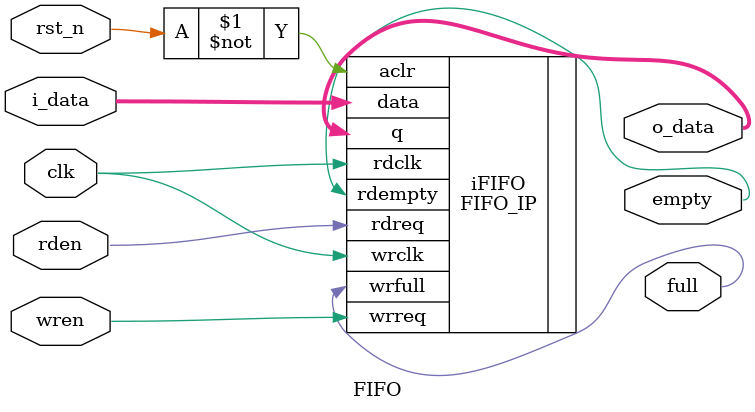
<source format=sv>
module FIFO
#(
  parameter DEPTH=8,
  parameter DATA_WIDTH=8
)
(
  input  clk,
  input  rst_n,
  input  rden,
  input  wren,
  input  [DATA_WIDTH-1:0] i_data,
  output [DATA_WIDTH-1:0] o_data,
  output full,
  output empty
);

    FIFO_IP
	 iFIFO
    (
		.aclr(~rst_n),
		.data(i_data),
		.rdclk(clk),
		.rdreq(rden),
		.wrclk(clk),
		.wrreq(wren),
		.q(o_data),
		.rdempty(empty),
		.wrfull(full));
		
endmodule
</source>
